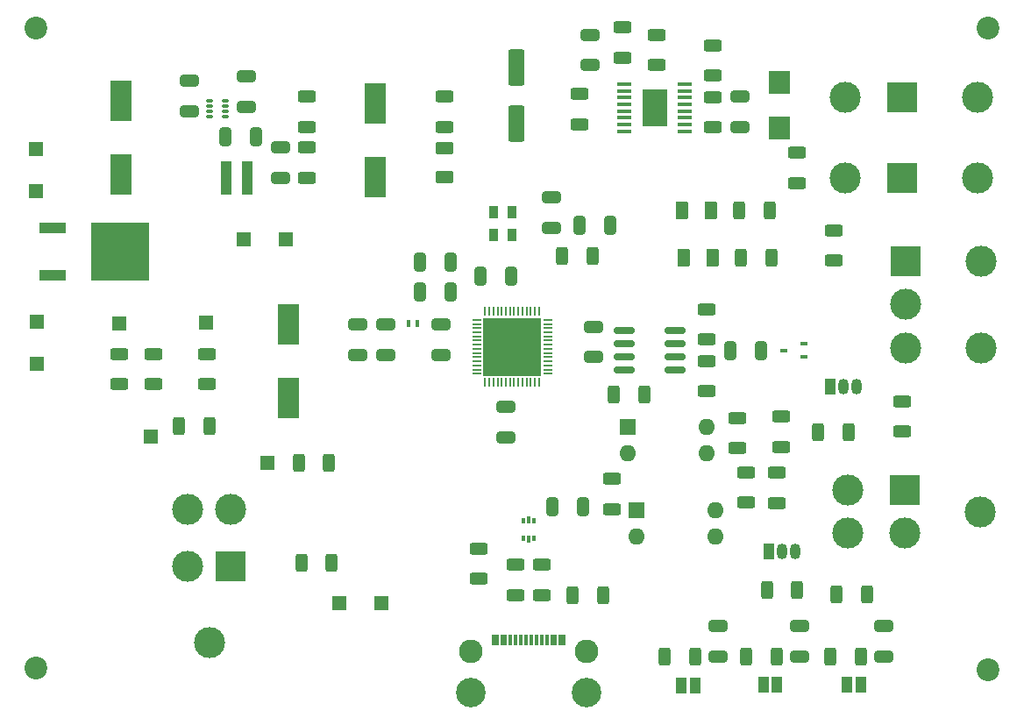
<source format=gbr>
%TF.GenerationSoftware,KiCad,Pcbnew,8.0.0*%
%TF.CreationDate,2024-03-30T18:18:10+01:00*%
%TF.ProjectId,MCU,4d43552e-6b69-4636-9164-5f7063625858,rev?*%
%TF.SameCoordinates,Original*%
%TF.FileFunction,Soldermask,Top*%
%TF.FilePolarity,Negative*%
%FSLAX46Y46*%
G04 Gerber Fmt 4.6, Leading zero omitted, Abs format (unit mm)*
G04 Created by KiCad (PCBNEW 8.0.0) date 2024-03-30 18:18:10*
%MOMM*%
%LPD*%
G01*
G04 APERTURE LIST*
G04 Aperture macros list*
%AMRoundRect*
0 Rectangle with rounded corners*
0 $1 Rounding radius*
0 $2 $3 $4 $5 $6 $7 $8 $9 X,Y pos of 4 corners*
0 Add a 4 corners polygon primitive as box body*
4,1,4,$2,$3,$4,$5,$6,$7,$8,$9,$2,$3,0*
0 Add four circle primitives for the rounded corners*
1,1,$1+$1,$2,$3*
1,1,$1+$1,$4,$5*
1,1,$1+$1,$6,$7*
1,1,$1+$1,$8,$9*
0 Add four rect primitives between the rounded corners*
20,1,$1+$1,$2,$3,$4,$5,0*
20,1,$1+$1,$4,$5,$6,$7,0*
20,1,$1+$1,$6,$7,$8,$9,0*
20,1,$1+$1,$8,$9,$2,$3,0*%
G04 Aperture macros list end*
%ADD10RoundRect,0.250000X0.312500X0.625000X-0.312500X0.625000X-0.312500X-0.625000X0.312500X-0.625000X0*%
%ADD11RoundRect,0.250000X0.625000X-0.312500X0.625000X0.312500X-0.625000X0.312500X-0.625000X-0.312500X0*%
%ADD12C,3.000000*%
%ADD13R,3.000000X3.000000*%
%ADD14C,2.850000*%
%ADD15C,2.280000*%
%ADD16R,0.300000X1.100000*%
%ADD17R,1.350000X1.350000*%
%ADD18R,2.150000X2.200000*%
%ADD19RoundRect,0.250000X-0.625000X0.375000X-0.625000X-0.375000X0.625000X-0.375000X0.625000X0.375000X0*%
%ADD20RoundRect,0.250000X0.375000X0.625000X-0.375000X0.625000X-0.375000X-0.625000X0.375000X-0.625000X0*%
%ADD21RoundRect,0.250000X-0.325000X-0.650000X0.325000X-0.650000X0.325000X0.650000X-0.325000X0.650000X0*%
%ADD22R,0.700000X0.450000*%
%ADD23RoundRect,0.050000X-0.285000X-0.100000X0.285000X-0.100000X0.285000X0.100000X-0.285000X0.100000X0*%
%ADD24O,1.050000X1.500000*%
%ADD25R,1.050000X1.500000*%
%ADD26R,1.000000X1.500000*%
%ADD27RoundRect,0.250000X0.650000X-0.325000X0.650000X0.325000X-0.650000X0.325000X-0.650000X-0.325000X0*%
%ADD28RoundRect,0.250000X-0.650000X0.325000X-0.650000X-0.325000X0.650000X-0.325000X0.650000X0.325000X0*%
%ADD29C,2.200000*%
%ADD30RoundRect,0.150000X-0.825000X-0.150000X0.825000X-0.150000X0.825000X0.150000X-0.825000X0.150000X0*%
%ADD31RoundRect,0.250000X0.325000X0.650000X-0.325000X0.650000X-0.325000X-0.650000X0.325000X-0.650000X0*%
%ADD32R,0.950000X1.200000*%
%ADD33R,2.460000X3.550000*%
%ADD34R,1.475000X0.450000*%
%ADD35RoundRect,0.250000X-0.312500X-0.625000X0.312500X-0.625000X0.312500X0.625000X-0.312500X0.625000X0*%
%ADD36O,1.600000X1.600000*%
%ADD37R,1.600000X1.600000*%
%ADD38RoundRect,0.250000X-0.625000X0.312500X-0.625000X-0.312500X0.625000X-0.312500X0.625000X0.312500X0*%
%ADD39R,2.000000X4.000000*%
%ADD40R,0.375000X0.500000*%
%ADD41R,0.300000X0.650000*%
%ADD42RoundRect,0.250000X0.550000X-1.500000X0.550000X1.500000X-0.550000X1.500000X-0.550000X-1.500000X0*%
%ADD43R,0.350000X0.650000*%
%ADD44R,5.600000X5.600000*%
%ADD45RoundRect,0.050000X-0.050000X-0.387500X0.050000X-0.387500X0.050000X0.387500X-0.050000X0.387500X0*%
%ADD46RoundRect,0.050000X-0.387500X-0.050000X0.387500X-0.050000X0.387500X0.050000X-0.387500X0.050000X0*%
%ADD47R,5.700000X5.632000*%
%ADD48R,2.600000X1.060000*%
%ADD49R,1.100000X3.200000*%
G04 APERTURE END LIST*
D10*
%TO.C,R38*%
X108762500Y-80200000D03*
X105837500Y-80200000D03*
%TD*%
D11*
%TO.C,R36*%
X128500000Y-73162500D03*
X128500000Y-70237500D03*
%TD*%
%TO.C,R37*%
X132100000Y-80662500D03*
X132100000Y-77737500D03*
%TD*%
D12*
%TO.C,J3*%
X146287100Y-89084250D03*
X146287100Y-80684250D03*
D13*
X138987100Y-80684250D03*
D12*
X138987100Y-84884250D03*
X138987100Y-89084250D03*
%TD*%
%TO.C,J4*%
X145978100Y-72684250D03*
D13*
X138678100Y-72684250D03*
D12*
X133178100Y-72684250D03*
%TD*%
D14*
%TO.C,P1*%
X96980000Y-122400000D03*
X108220000Y-122400000D03*
D15*
X108220000Y-118400000D03*
X96980000Y-118400000D03*
D16*
X99550000Y-117250000D03*
X100350000Y-117250000D03*
X100850000Y-117250000D03*
X101850000Y-117250000D03*
X103350000Y-117250000D03*
X104350000Y-117250000D03*
X104850000Y-117250000D03*
X105650000Y-117250000D03*
X105950000Y-117250000D03*
X105150000Y-117250000D03*
X103850000Y-117250000D03*
X102850000Y-117250000D03*
X102350000Y-117250000D03*
X101350000Y-117250000D03*
X100050000Y-117250000D03*
X99250000Y-117250000D03*
%TD*%
D17*
%TO.C,TP11*%
X66100000Y-97600000D03*
%TD*%
D10*
%TO.C,R35*%
X71762500Y-96600000D03*
X68837500Y-96600000D03*
%TD*%
D18*
%TO.C,D7*%
X126800000Y-63400000D03*
X126800000Y-67800000D03*
%TD*%
D19*
%TO.C,D6*%
X94500000Y-72550000D03*
X94500000Y-69750000D03*
%TD*%
D17*
%TO.C,TP9*%
X71480000Y-86620000D03*
%TD*%
D20*
%TO.C,D4*%
X117400000Y-75800000D03*
X120200000Y-75800000D03*
%TD*%
D12*
%TO.C,J1*%
X133178100Y-64884250D03*
D13*
X138678100Y-64884250D03*
D12*
X145978100Y-64884250D03*
%TD*%
D21*
%TO.C,C21*%
X107875000Y-104400000D03*
X104925000Y-104400000D03*
%TD*%
D11*
%TO.C,R10*%
X81150000Y-64787500D03*
X81150000Y-67712500D03*
%TD*%
%TO.C,R8*%
X81200000Y-69737500D03*
X81200000Y-72662500D03*
%TD*%
D22*
%TO.C,D3*%
X127200000Y-89305000D03*
X129200000Y-88655000D03*
X129200000Y-89955000D03*
%TD*%
D23*
%TO.C,U2*%
X73290000Y-65250000D03*
X73290000Y-65750000D03*
X73290000Y-66250000D03*
X73290000Y-66750000D03*
X71810000Y-66750000D03*
X71810000Y-66250000D03*
X71810000Y-65750000D03*
X71810000Y-65250000D03*
%TD*%
D24*
%TO.C,Q2*%
X134290000Y-92800000D03*
X133020000Y-92800000D03*
D25*
X131750000Y-92800000D03*
%TD*%
D26*
%TO.C,JP2*%
X125300000Y-121600000D03*
X126600000Y-121600000D03*
%TD*%
D27*
%TO.C,C8*%
X75350000Y-62825000D03*
X75350000Y-65775000D03*
%TD*%
%TO.C,C24*%
X108900000Y-87020000D03*
X108900000Y-89970000D03*
%TD*%
D28*
%TO.C,C18*%
X94100000Y-89725000D03*
X94100000Y-86775000D03*
%TD*%
D11*
%TO.C,R24*%
X94500000Y-64787500D03*
X94500000Y-67712500D03*
%TD*%
D29*
%TO.C,H4*%
X147000000Y-120200000D03*
%TD*%
D30*
%TO.C,U5*%
X116750000Y-87390000D03*
X116750000Y-88660000D03*
X116750000Y-89930000D03*
X116750000Y-91200000D03*
X111800000Y-91200000D03*
X111800000Y-89930000D03*
X111800000Y-88660000D03*
X111800000Y-87390000D03*
%TD*%
D31*
%TO.C,C4*%
X73275000Y-68700000D03*
X76225000Y-68700000D03*
%TD*%
D32*
%TO.C,Y1*%
X101000000Y-75937500D03*
X101000000Y-78137500D03*
X99250000Y-78137500D03*
X99250000Y-75937500D03*
%TD*%
D10*
%TO.C,R11*%
X80387500Y-100150000D03*
X83312500Y-100150000D03*
%TD*%
D33*
%TO.C,IC1*%
X114762000Y-65875000D03*
D34*
X111824000Y-68150000D03*
X111824000Y-67500000D03*
X111824000Y-66850000D03*
X111824000Y-66200000D03*
X111824000Y-65550000D03*
X111824000Y-64900000D03*
X111824000Y-64250000D03*
X111824000Y-63600000D03*
X117700000Y-63600000D03*
X117700000Y-64250000D03*
X117700000Y-64900000D03*
X117700000Y-65550000D03*
X117700000Y-66200000D03*
X117700000Y-66850000D03*
X117700000Y-67500000D03*
X117700000Y-68150000D03*
%TD*%
D31*
%TO.C,C23*%
X97975000Y-82137500D03*
X100925000Y-82137500D03*
%TD*%
D35*
%TO.C,R23*%
X126012500Y-80400000D03*
X123087500Y-80400000D03*
%TD*%
%TO.C,R4*%
X109762500Y-113000000D03*
X106837500Y-113000000D03*
%TD*%
D11*
%TO.C,R30*%
X138650000Y-94237500D03*
X138650000Y-97162500D03*
%TD*%
%TO.C,R5*%
X97800000Y-108437500D03*
X97800000Y-111362500D03*
%TD*%
D12*
%TO.C,J6*%
X133378100Y-106984250D03*
X133378100Y-102784250D03*
X138878100Y-106984250D03*
D13*
X138878100Y-102784250D03*
D12*
X146178100Y-104884250D03*
%TD*%
D10*
%TO.C,R13*%
X115737500Y-118900000D03*
X118662500Y-118900000D03*
%TD*%
D36*
%TO.C,U6*%
X120670000Y-104725000D03*
X120670000Y-107265000D03*
X113050000Y-107265000D03*
D37*
X113050000Y-104725000D03*
%TD*%
D28*
%TO.C,C17*%
X88800000Y-89775000D03*
X88800000Y-86825000D03*
%TD*%
D38*
%TO.C,R17*%
X123600000Y-104012500D03*
X123600000Y-101087500D03*
%TD*%
D11*
%TO.C,R3*%
X101300000Y-110037500D03*
X101300000Y-112962500D03*
%TD*%
D26*
%TO.C,JP1*%
X117350000Y-121700000D03*
X118650000Y-121700000D03*
%TD*%
D35*
%TO.C,R1*%
X83562500Y-109800000D03*
X80637500Y-109800000D03*
%TD*%
D39*
%TO.C,C15*%
X79400000Y-93900000D03*
X79400000Y-86800000D03*
%TD*%
D27*
%TO.C,C6*%
X78650000Y-69725000D03*
X78650000Y-72675000D03*
%TD*%
D17*
%TO.C,TP6*%
X75075000Y-78600000D03*
%TD*%
%TO.C,TP3*%
X55100000Y-86550000D03*
%TD*%
D28*
%TO.C,C16*%
X86100000Y-89775000D03*
X86100000Y-86825000D03*
%TD*%
D21*
%TO.C,C25*%
X125025000Y-89305000D03*
X122075000Y-89305000D03*
%TD*%
D29*
%TO.C,H3*%
X55000000Y-120000000D03*
%TD*%
D11*
%TO.C,R33*%
X126950000Y-95687500D03*
X126950000Y-98612500D03*
%TD*%
D17*
%TO.C,TP1*%
X55000000Y-69900000D03*
%TD*%
%TO.C,TP4*%
X55100000Y-90600000D03*
%TD*%
D10*
%TO.C,R15*%
X131737500Y-118900000D03*
X134662500Y-118900000D03*
%TD*%
D11*
%TO.C,R27*%
X115000000Y-58837500D03*
X115000000Y-61762500D03*
%TD*%
D40*
%TO.C,U3*%
X103137500Y-107450000D03*
D41*
X102600000Y-107525000D03*
D40*
X102062500Y-107450000D03*
X102062500Y-105750000D03*
D41*
X102600000Y-105675000D03*
D40*
X103137500Y-105750000D03*
%TD*%
D17*
%TO.C,TP2*%
X55000000Y-73950000D03*
%TD*%
D21*
%TO.C,C11*%
X110475000Y-77200000D03*
X107525000Y-77200000D03*
%TD*%
D39*
%TO.C,C7*%
X87800000Y-65500000D03*
X87800000Y-72600000D03*
%TD*%
D11*
%TO.C,R6*%
X71500000Y-89637500D03*
X71500000Y-92562500D03*
%TD*%
D36*
%TO.C,U7*%
X119770000Y-96675000D03*
X119770000Y-99215000D03*
X112150000Y-99215000D03*
D37*
X112150000Y-96675000D03*
%TD*%
D39*
%TO.C,C2*%
X63200000Y-65200000D03*
X63200000Y-72300000D03*
%TD*%
D27*
%TO.C,C22*%
X104800000Y-74525000D03*
X104800000Y-77475000D03*
%TD*%
D20*
%TO.C,D5*%
X117550000Y-80400000D03*
X120350000Y-80400000D03*
%TD*%
D38*
%TO.C,R21*%
X119825000Y-93262500D03*
X119825000Y-90337500D03*
%TD*%
D42*
%TO.C,C27*%
X101400000Y-62000000D03*
X101400000Y-67400000D03*
%TD*%
D11*
%TO.C,R20*%
X119825000Y-85337500D03*
X119825000Y-88262500D03*
%TD*%
D28*
%TO.C,C10*%
X100400000Y-97725000D03*
X100400000Y-94775000D03*
%TD*%
D29*
%TO.C,H2*%
X55000000Y-58200000D03*
%TD*%
D31*
%TO.C,C19*%
X92125000Y-80800000D03*
X95075000Y-80800000D03*
%TD*%
D17*
%TO.C,TP8*%
X88400000Y-113700000D03*
%TD*%
D11*
%TO.C,R29*%
X111700000Y-58137500D03*
X111700000Y-61062500D03*
%TD*%
D38*
%TO.C,R12*%
X126600000Y-104062500D03*
X126600000Y-101137500D03*
%TD*%
D35*
%TO.C,R22*%
X125862500Y-75800000D03*
X122937500Y-75800000D03*
%TD*%
D11*
%TO.C,R26*%
X120400000Y-59837500D03*
X120400000Y-62762500D03*
%TD*%
D38*
%TO.C,R7*%
X63100000Y-92562500D03*
X63100000Y-89637500D03*
%TD*%
D17*
%TO.C,TP7*%
X84350000Y-113700000D03*
%TD*%
D35*
%TO.C,R32*%
X133462500Y-97200000D03*
X130537500Y-97200000D03*
%TD*%
D27*
%TO.C,C13*%
X128800000Y-115925000D03*
X128800000Y-118875000D03*
%TD*%
D10*
%TO.C,R34*%
X132337500Y-112900000D03*
X135262500Y-112900000D03*
%TD*%
D27*
%TO.C,C14*%
X136900000Y-115925000D03*
X136900000Y-118875000D03*
%TD*%
%TO.C,C3*%
X69800000Y-63300000D03*
X69800000Y-66250000D03*
%TD*%
D43*
%TO.C,L2*%
X91850000Y-86750000D03*
X91000000Y-86750000D03*
%TD*%
D24*
%TO.C,Q1*%
X128320000Y-108710000D03*
X127050000Y-108710000D03*
D25*
X125780000Y-108710000D03*
%TD*%
D10*
%TO.C,R14*%
X123637500Y-118900000D03*
X126562500Y-118900000D03*
%TD*%
D44*
%TO.C,U4*%
X101000000Y-88962500D03*
D45*
X98400000Y-85525000D03*
X98800000Y-85525000D03*
X99200000Y-85525000D03*
X99600000Y-85525000D03*
X100000000Y-85525000D03*
X100400000Y-85525000D03*
X100800000Y-85525000D03*
X101200000Y-85525000D03*
X101600000Y-85525000D03*
X102000000Y-85525000D03*
X102400000Y-85525000D03*
X102800000Y-85525000D03*
X103200000Y-85525000D03*
X103600000Y-85525000D03*
D46*
X104437500Y-86362500D03*
X104437500Y-86762500D03*
X104437500Y-87162500D03*
X104437500Y-87562500D03*
X104437500Y-87962500D03*
X104437500Y-88362500D03*
X104437500Y-88762500D03*
X104437500Y-89162500D03*
X104437500Y-89562500D03*
X104437500Y-89962500D03*
X104437500Y-90362500D03*
X104437500Y-90762500D03*
X104437500Y-91162500D03*
X104437500Y-91562500D03*
D45*
X103600000Y-92400000D03*
X103200000Y-92400000D03*
X102800000Y-92400000D03*
X102400000Y-92400000D03*
X102000000Y-92400000D03*
X101600000Y-92400000D03*
X101200000Y-92400000D03*
X100800000Y-92400000D03*
X100400000Y-92400000D03*
X100000000Y-92400000D03*
X99600000Y-92400000D03*
X99200000Y-92400000D03*
X98800000Y-92400000D03*
X98400000Y-92400000D03*
D46*
X97562500Y-91562500D03*
X97562500Y-91162500D03*
X97562500Y-90762500D03*
X97562500Y-90362500D03*
X97562500Y-89962500D03*
X97562500Y-89562500D03*
X97562500Y-89162500D03*
X97562500Y-88762500D03*
X97562500Y-88362500D03*
X97562500Y-87962500D03*
X97562500Y-87562500D03*
X97562500Y-87162500D03*
X97562500Y-86762500D03*
X97562500Y-86362500D03*
%TD*%
D12*
%TO.C,J2*%
X69650000Y-104700000D03*
X73850000Y-104700000D03*
X69650000Y-110200000D03*
D13*
X73850000Y-110200000D03*
D12*
X71750000Y-117500000D03*
%TD*%
D29*
%TO.C,H1*%
X147000000Y-58200000D03*
%TD*%
D11*
%TO.C,R19*%
X122750000Y-95837500D03*
X122750000Y-98762500D03*
%TD*%
D17*
%TO.C,TP10*%
X63100000Y-86700000D03*
%TD*%
D35*
%TO.C,R18*%
X113762500Y-93550000D03*
X110837500Y-93550000D03*
%TD*%
D38*
%TO.C,R16*%
X110600000Y-104662500D03*
X110600000Y-101737500D03*
%TD*%
D35*
%TO.C,R31*%
X128512500Y-112450000D03*
X125587500Y-112450000D03*
%TD*%
D11*
%TO.C,R25*%
X120400000Y-64837500D03*
X120400000Y-67762500D03*
%TD*%
D27*
%TO.C,C28*%
X108500000Y-58825000D03*
X108500000Y-61775000D03*
%TD*%
D11*
%TO.C,R2*%
X103900000Y-110037500D03*
X103900000Y-112962500D03*
%TD*%
D17*
%TO.C,TP11*%
X77350000Y-100150000D03*
%TD*%
D11*
%TO.C,R9*%
X66400000Y-89637500D03*
X66400000Y-92562500D03*
%TD*%
D17*
%TO.C,TP5*%
X79125000Y-78600000D03*
%TD*%
D26*
%TO.C,JP3*%
X133350000Y-121600000D03*
X134650000Y-121600000D03*
%TD*%
D11*
%TO.C,R28*%
X107500000Y-64537500D03*
X107500000Y-67462500D03*
%TD*%
D31*
%TO.C,C20*%
X92125000Y-83700000D03*
X95075000Y-83700000D03*
%TD*%
D47*
%TO.C,D2*%
X63157000Y-79800000D03*
D48*
X56607000Y-82086000D03*
X56607000Y-77514000D03*
%TD*%
D27*
%TO.C,C26*%
X123000000Y-64825000D03*
X123000000Y-67775000D03*
%TD*%
%TO.C,C12*%
X120900000Y-115925000D03*
X120900000Y-118875000D03*
%TD*%
D49*
%TO.C,L1*%
X75450000Y-72650000D03*
X73350000Y-72650000D03*
%TD*%
M02*

</source>
